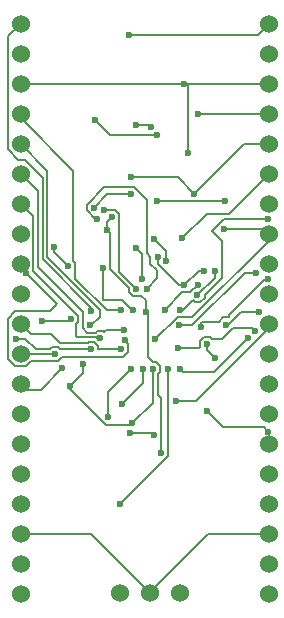
<source format=gbl>
%TF.GenerationSoftware,KiCad,Pcbnew,8.0.7*%
%TF.CreationDate,2025-02-02T23:02:37+05:30*%
%TF.ProjectId,my-template,6d792d74-656d-4706-9c61-74652e6b6963,rev?*%
%TF.SameCoordinates,Original*%
%TF.FileFunction,Copper,L2,Bot*%
%TF.FilePolarity,Positive*%
%FSLAX46Y46*%
G04 Gerber Fmt 4.6, Leading zero omitted, Abs format (unit mm)*
G04 Created by KiCad (PCBNEW 8.0.7) date 2025-02-02 23:02:37*
%MOMM*%
%LPD*%
G01*
G04 APERTURE LIST*
%TA.AperFunction,ComponentPad*%
%ADD10C,1.524000*%
%TD*%
%TA.AperFunction,ViaPad*%
%ADD11C,0.600000*%
%TD*%
%TA.AperFunction,Conductor*%
%ADD12C,0.200000*%
%TD*%
%ADD13C,0.300000*%
%ADD14C,0.350000*%
G04 APERTURE END LIST*
D10*
%TO.P,J2,1,Pin_1*%
%TO.N,/GPIO16*%
X236500000Y-128080000D03*
%TO.P,J2,2,Pin_2*%
%TO.N,/GPIO17*%
X236500000Y-125540000D03*
%TO.P,J2,3,Pin_3*%
%TO.N,GND*%
X236500000Y-123000000D03*
%TO.P,J2,4,Pin_4*%
%TO.N,/GPIO18*%
X236500000Y-120460000D03*
%TO.P,J2,5,Pin_5*%
%TO.N,/GPIO19*%
X236500000Y-117920000D03*
%TO.P,J2,6,Pin_6*%
%TO.N,/GPIO20*%
X236500000Y-115380000D03*
%TO.P,J2,7,Pin_7*%
%TO.N,/GPIO21*%
X236500000Y-112840000D03*
%TO.P,J2,8,Pin_8*%
%TO.N,GND*%
X236500000Y-110300000D03*
%TO.P,J2,9,Pin_9*%
%TO.N,/GPIO22*%
X236500000Y-107760000D03*
%TO.P,J2,10,Pin_10*%
%TO.N,/RUN*%
X236500000Y-105220000D03*
%TO.P,J2,11,Pin_11*%
%TO.N,/GPIO26_ADC0*%
X236500000Y-102680000D03*
%TO.P,J2,12,Pin_12*%
%TO.N,/GPIO27_ADC1*%
X236500000Y-100140000D03*
%TO.P,J2,13,Pin_13*%
%TO.N,GND*%
X236500000Y-97600000D03*
%TO.P,J2,14,Pin_14*%
%TO.N,/GPIO28_ADC2*%
X236500000Y-95060000D03*
%TO.P,J2,15,Pin_15*%
%TO.N,/ADC_VREF*%
X236500000Y-92520000D03*
%TO.P,J2,16,Pin_16*%
%TO.N,+3V3*%
X236500000Y-89980000D03*
%TO.P,J2,17,Pin_17*%
%TO.N,/3V3_EN*%
X236500000Y-87440000D03*
%TO.P,J2,18,Pin_18*%
%TO.N,GND*%
X236500000Y-84900000D03*
%TO.P,J2,19,Pin_19*%
%TO.N,VSYS*%
X236500000Y-82360000D03*
%TO.P,J2,20,Pin_20*%
%TO.N,VBUS*%
X236500000Y-79820000D03*
%TD*%
%TO.P,J4,1,Pin_1*%
%TO.N,/GPIO0*%
X215500000Y-79780000D03*
%TO.P,J4,2,Pin_2*%
%TO.N,/GPIO1*%
X215500000Y-82320000D03*
%TO.P,J4,3,Pin_3*%
%TO.N,GND*%
X215500000Y-84860000D03*
%TO.P,J4,4,Pin_4*%
%TO.N,/GPIO2*%
X215500000Y-87400000D03*
%TO.P,J4,5,Pin_5*%
%TO.N,/GPIO3*%
X215500000Y-89940000D03*
%TO.P,J4,6,Pin_6*%
%TO.N,/GPIO4*%
X215500000Y-92480000D03*
%TO.P,J4,7,Pin_7*%
%TO.N,/GPIO5*%
X215500000Y-95020000D03*
%TO.P,J4,8,Pin_8*%
%TO.N,GND*%
X215500000Y-97560000D03*
%TO.P,J4,9,Pin_9*%
%TO.N,/GPIO6*%
X215500000Y-100100000D03*
%TO.P,J4,10,Pin_10*%
%TO.N,/GPIO7*%
X215500000Y-102640000D03*
%TO.P,J4,11,Pin_11*%
%TO.N,/GPIO8*%
X215500000Y-105180000D03*
%TO.P,J4,12,Pin_12*%
%TO.N,/GPIO9*%
X215500000Y-107720000D03*
%TO.P,J4,13,Pin_13*%
%TO.N,GND*%
X215500000Y-110260000D03*
%TO.P,J4,14,Pin_14*%
%TO.N,/GPIO10*%
X215500000Y-112800000D03*
%TO.P,J4,15,Pin_15*%
%TO.N,/GPOI11*%
X215500000Y-115340000D03*
%TO.P,J4,16,Pin_16*%
%TO.N,/GPIO12*%
X215500000Y-117880000D03*
%TO.P,J4,17,Pin_17*%
%TO.N,/GPIO13*%
X215500000Y-120420000D03*
%TO.P,J4,18,Pin_18*%
%TO.N,GND*%
X215500000Y-122960000D03*
%TO.P,J4,19,Pin_19*%
%TO.N,/GPIO14*%
X215500000Y-125500000D03*
%TO.P,J4,20,Pin_20*%
%TO.N,/GPIO15*%
X215500000Y-128040000D03*
%TD*%
%TO.P,J3,1,Pin_1*%
%TO.N,/SWCLK*%
X223960000Y-128000000D03*
%TO.P,J3,2,Pin_2*%
%TO.N,GND*%
X226500000Y-128000000D03*
%TO.P,J3,3,Pin_3*%
%TO.N,/SWDIO*%
X229040000Y-128000000D03*
%TD*%
D11*
%TO.N,+3V3*%
X230513470Y-101862000D03*
X227699999Y-103996934D03*
%TO.N,/GPIO1*%
X219801999Y-104772000D03*
X217332000Y-104902000D03*
%TO.N,/GPIO27_ADC1*%
X235458000Y-100838000D03*
X228957025Y-105305505D03*
%TO.N,/GPIO6*%
X224321999Y-106590278D03*
X215963700Y-100838000D03*
%TO.N,/GPIO7*%
X221501503Y-107320959D03*
X215138000Y-106426000D03*
%TO.N,/GPIO28_ADC2*%
X228993152Y-104002480D03*
X236474000Y-96266000D03*
%TO.N,/GPIO21*%
X234721352Y-106412028D03*
X228997432Y-108995816D03*
%TO.N,/GPIO24*%
X231980956Y-108100282D03*
X231301999Y-106905500D03*
%TO.N,/USB_DPX*%
X225806000Y-101346000D03*
X225283085Y-98791085D03*
%TO.N,/SQPI_SD3*%
X226174563Y-102191337D03*
X221964200Y-96266000D03*
%TO.N,/SQPI_SCLK*%
X225044000Y-104002802D03*
X222507373Y-100419900D03*
%TO.N,/SQPI_SD0*%
X222564200Y-95564200D03*
X225305500Y-102201277D03*
%TO.N,VSYS*%
X227048300Y-94778400D03*
X232829500Y-94778400D03*
%TO.N,GND*%
X219040000Y-108900000D03*
X229375000Y-84900000D03*
X232713900Y-97116400D03*
X229663500Y-90741600D03*
X226914000Y-106500000D03*
%TO.N,+3V3*%
X224960700Y-113583500D03*
X226700000Y-108984400D03*
X230225000Y-94151800D03*
X219672300Y-110419200D03*
X224835000Y-94219500D03*
X221712600Y-95335200D03*
X224835000Y-92789400D03*
%TO.N,+1V1*%
X222863100Y-97264400D03*
X227380985Y-116128985D03*
X223264300Y-96164200D03*
X226089527Y-104160478D03*
%TO.N,/ADC_AVDD*%
X229362800Y-101904300D03*
X231048800Y-100675300D03*
X227104395Y-99563909D03*
%TO.N,/XIN*%
X224077300Y-111951400D03*
X225871000Y-108977000D03*
%TO.N,VBUS*%
X235712000Y-104158000D03*
X224700000Y-80700000D03*
X232916100Y-105241300D03*
%TO.N,/USB_DP*%
X225288400Y-88334400D03*
X226575900Y-88514000D03*
%TO.N,/GPIO4*%
X224282000Y-105664000D03*
%TO.N,/GPIO20*%
X231256000Y-112550300D03*
X236474000Y-114300000D03*
%TO.N,/GPIO8*%
X223996254Y-107320959D03*
%TO.N,/GPIO9*%
X218400400Y-107748600D03*
%TO.N,/GPIO22*%
X235356159Y-105827011D03*
X228854000Y-107188000D03*
%TO.N,/GPIO26_ADC0*%
X230747080Y-105431722D03*
X236472799Y-101401709D03*
%TO.N,/GPIO2*%
X224002605Y-104002923D03*
%TO.N,/GPIO5*%
X222250425Y-106372824D03*
%TO.N,/GPIO15*%
X222925300Y-113090900D03*
X224889700Y-108985200D03*
%TO.N,/ADC_VREF*%
X229137000Y-97956200D03*
%TO.N,/GPIO0*%
X221468590Y-104095420D03*
%TO.N,/3V3_EN*%
X230500000Y-87440000D03*
%TO.N,/GPIO3*%
X221409637Y-105313321D03*
%TO.N,/RUN*%
X228621700Y-111693100D03*
%TO.N,/SWCLK*%
X227995100Y-108997198D03*
X223960000Y-120398500D03*
%TO.N,/GPIO29_ADC3*%
X230481900Y-102742100D03*
X231924300Y-100702100D03*
%TO.N,/GPIO23*%
X221811500Y-87939600D03*
X227048300Y-89194900D03*
%TO.N,/USB_DMX*%
X226825700Y-98010000D03*
X227853800Y-99843900D03*
%TO.N,/XOUT*%
X224809800Y-114385300D03*
X226795100Y-114554000D03*
%TO.N,/SQPI_SS_N*%
X218370600Y-98651000D03*
X219539800Y-100311500D03*
%TO.N,+3V3*%
X220750112Y-108561592D03*
%TD*%
D12*
%TO.N,VBUS*%
X235712000Y-104158000D02*
X234170000Y-104158000D01*
X233534629Y-104794559D02*
X233087888Y-105241300D01*
X233534629Y-104793371D02*
X233534629Y-104794559D01*
X234170000Y-104158000D02*
X233534629Y-104793371D01*
X233087888Y-105241300D02*
X232916100Y-105241300D01*
%TO.N,/GPIO26_ADC0*%
X232316100Y-104992771D02*
X232667571Y-104641300D01*
X236164291Y-101401709D02*
X236472799Y-101401709D01*
X230747080Y-105148879D02*
X230903188Y-104992771D01*
X233164629Y-104641300D02*
X233164629Y-104401371D01*
X233164629Y-104401371D02*
X236164291Y-101401709D01*
X230747080Y-105431722D02*
X230747080Y-105148879D01*
X230903188Y-104992771D02*
X232316100Y-104992771D01*
X232667571Y-104641300D02*
X233164629Y-104641300D01*
%TO.N,/GPIO20*%
X232621100Y-113915400D02*
X231256000Y-112550300D01*
X236089400Y-113915400D02*
X232621100Y-113915400D01*
X236474000Y-114300000D02*
X236089400Y-113915400D01*
%TO.N,/GPIO24*%
X231301999Y-107421325D02*
X231980956Y-108100282D01*
X231301999Y-106905500D02*
X231301999Y-107421325D01*
%TO.N,/GPIO22*%
X230632000Y-107188000D02*
X228854000Y-107188000D01*
X230702000Y-107118000D02*
X230632000Y-107188000D01*
X231671029Y-106426000D02*
X231550529Y-106305500D01*
X232579929Y-106426000D02*
X231671029Y-106426000D01*
X233449929Y-105556000D02*
X232579929Y-106426000D01*
X235085148Y-105556000D02*
X233449929Y-105556000D01*
X235356159Y-105827011D02*
X235085148Y-105556000D01*
X231053471Y-106305500D02*
X230702000Y-106656971D01*
X230702000Y-106656971D02*
X230702000Y-107118000D01*
X231550529Y-106305500D02*
X231053471Y-106305500D01*
%TO.N,+3V3*%
X229871170Y-102504300D02*
X230513470Y-101862000D01*
X229192633Y-102504300D02*
X229871170Y-102504300D01*
X227699999Y-103996934D02*
X229192633Y-102504300D01*
%TO.N,/GPIO28_ADC2*%
X232715771Y-96266000D02*
X236474000Y-96266000D01*
X231081900Y-102707786D02*
X232524300Y-101265386D01*
X232524300Y-101265386D02*
X232524300Y-98154529D01*
X230233371Y-103342100D02*
X230730429Y-103342100D01*
X231081900Y-102990629D02*
X231081900Y-102707786D01*
X229245520Y-104002480D02*
X230069635Y-103178365D01*
X228993152Y-104002480D02*
X229245520Y-104002480D01*
X230069635Y-103178365D02*
X230233371Y-103342100D01*
X230730429Y-103342100D02*
X231081900Y-102990629D01*
X232524300Y-98154529D02*
X231675771Y-97306000D01*
X231675771Y-97306000D02*
X232715771Y-96266000D01*
%TO.N,+1V1*%
X223107373Y-97508673D02*
X222863100Y-97264400D01*
X223107373Y-100568836D02*
X223107373Y-97508673D01*
X224705500Y-102166963D02*
X223107373Y-100568836D01*
X224705500Y-102449806D02*
X224705500Y-102166963D01*
X225737277Y-102801277D02*
X225056971Y-102801277D01*
X226089527Y-103153527D02*
X225737277Y-102801277D01*
X226089527Y-104160478D02*
X226089527Y-103153527D01*
X227395100Y-111471035D02*
X227395100Y-116114870D01*
X225056971Y-102801277D02*
X224705500Y-102449806D01*
X227099900Y-111175835D02*
X227395100Y-111471035D01*
X227099900Y-109433029D02*
X227099900Y-111175835D01*
X227300000Y-109232929D02*
X227099900Y-109433029D01*
X227300000Y-108735871D02*
X227300000Y-109232929D01*
X226748400Y-108384400D02*
X226948529Y-108384400D01*
X226948529Y-108384400D02*
X227300000Y-108735871D01*
X226314000Y-107950000D02*
X226748400Y-108384400D01*
X226314000Y-104384951D02*
X226314000Y-107950000D01*
X226089527Y-104160478D02*
X226314000Y-104384951D01*
X227395100Y-116114870D02*
X227380985Y-116128985D01*
%TO.N,/SWCLK*%
X228017300Y-116341200D02*
X223960000Y-120398500D01*
X227995100Y-108997198D02*
X228017300Y-109019398D01*
X228017300Y-109019398D02*
X228017300Y-116341200D01*
%TO.N,/GPIO21*%
X231913380Y-109220000D02*
X234721352Y-106412028D01*
X228997432Y-108995816D02*
X229221616Y-109220000D01*
X229221616Y-109220000D02*
X231913380Y-109220000D01*
%TO.N,/XOUT*%
X226626400Y-114385300D02*
X224809800Y-114385300D01*
X226795100Y-114554000D02*
X226626400Y-114385300D01*
%TO.N,/GPIO3*%
X217768800Y-92208800D02*
X215500000Y-89940000D01*
X217768800Y-99547100D02*
X217768800Y-92208800D01*
X222197133Y-103975433D02*
X217768800Y-99547100D01*
X221409637Y-105313321D02*
X221481454Y-105313321D01*
X222197133Y-104597642D02*
X222197133Y-103975433D01*
X221481454Y-105313321D02*
X222197133Y-104597642D01*
%TO.N,/GPIO4*%
X216965400Y-93945400D02*
X215500000Y-92480000D01*
X220801999Y-104166285D02*
X216965400Y-100329686D01*
X220801999Y-105554213D02*
X220801999Y-104166285D01*
X221853761Y-105920959D02*
X221168745Y-105920959D01*
X221168745Y-105920959D02*
X220801999Y-105554213D01*
X222001896Y-105772824D02*
X221853761Y-105920959D01*
X216965400Y-100329686D02*
X216965400Y-93945400D01*
X222498954Y-105772824D02*
X222001896Y-105772824D01*
X222574065Y-105847935D02*
X222498954Y-105772824D01*
X222758000Y-105664000D02*
X222574065Y-105847935D01*
X224282000Y-105664000D02*
X222758000Y-105664000D01*
%TO.N,/GPIO5*%
X216563700Y-96083700D02*
X215500000Y-95020000D01*
X216563700Y-100685172D02*
X216563700Y-96083700D01*
X220401999Y-105020529D02*
X220401999Y-104523471D01*
X220218000Y-105204528D02*
X220401999Y-105020529D01*
X220218000Y-106253918D02*
X220218000Y-105204528D01*
X221915718Y-106320959D02*
X220285041Y-106320959D01*
X222250425Y-106372824D02*
X221967583Y-106372824D01*
X221967583Y-106372824D02*
X221915718Y-106320959D01*
X220401999Y-104523471D02*
X216563700Y-100685172D01*
X220285041Y-106320959D02*
X220218000Y-106253918D01*
%TO.N,/GPIO0*%
X214436300Y-90414100D02*
X214436300Y-80843700D01*
X215320100Y-91297900D02*
X214436300Y-90414100D01*
X215853000Y-91297900D02*
X215320100Y-91297900D01*
X217367100Y-92812000D02*
X215853000Y-91297900D01*
X221468590Y-103812576D02*
X217367100Y-99711086D01*
X221468590Y-104095420D02*
X221468590Y-103812576D01*
X217367100Y-99711086D02*
X217367100Y-92812000D01*
X214436300Y-80843700D02*
X215500000Y-79780000D01*
%TO.N,/GPIO6*%
X224596254Y-107569488D02*
X224596254Y-106864533D01*
X224204150Y-107961592D02*
X224596254Y-107569488D01*
X218648929Y-108348600D02*
X219035937Y-107961592D01*
X216373295Y-108348600D02*
X218648929Y-108348600D01*
X224596254Y-106864533D02*
X224321999Y-106590278D01*
X215939895Y-108782000D02*
X216373295Y-108348600D01*
X215060105Y-108782000D02*
X215939895Y-108782000D01*
X214438000Y-108159895D02*
X215060105Y-108782000D01*
X219035937Y-107961592D02*
X224204150Y-107961592D01*
X215060105Y-104118000D02*
X214438000Y-104740105D01*
X218584107Y-103487893D02*
X217954000Y-104118000D01*
X214438000Y-104740105D02*
X214438000Y-108159895D01*
X215963700Y-100867486D02*
X218584107Y-103487893D01*
X215963700Y-100838000D02*
X215963700Y-100867486D01*
X217954000Y-104118000D02*
X215060105Y-104118000D01*
%TO.N,GND*%
X215984000Y-110744000D02*
X215500000Y-110260000D01*
X219040000Y-108900000D02*
X217196000Y-110744000D01*
X217196000Y-110744000D02*
X215984000Y-110744000D01*
%TO.N,/GPIO9*%
X218400400Y-107748600D02*
X215528600Y-107748600D01*
X215528600Y-107748600D02*
X215500000Y-107720000D01*
%TO.N,/GPIO7*%
X216794959Y-107320959D02*
X215900000Y-106426000D01*
X217979512Y-107320959D02*
X216794959Y-107320959D01*
X215900000Y-106426000D02*
X215138000Y-106426000D01*
X218151871Y-107148600D02*
X217979512Y-107320959D01*
X218648929Y-107148600D02*
X218151871Y-107148600D01*
X218821288Y-107320959D02*
X218648929Y-107148600D01*
X221501503Y-107320959D02*
X218821288Y-107320959D01*
%TO.N,/GPIO8*%
X216346000Y-106026000D02*
X215500000Y-105180000D01*
X218854015Y-106788000D02*
X218092015Y-106026000D01*
X221252974Y-106720959D02*
X221185933Y-106788000D01*
X221185933Y-106788000D02*
X218854015Y-106788000D01*
X222101503Y-107072430D02*
X221750032Y-106720959D01*
X221750032Y-106720959D02*
X221252974Y-106720959D01*
X218092015Y-106026000D02*
X216346000Y-106026000D01*
X222101503Y-107320959D02*
X222101503Y-107072430D01*
X223996254Y-107320959D02*
X222101503Y-107320959D01*
%TO.N,/GPIO2*%
X219943600Y-92238200D02*
X215500000Y-87794600D01*
X215500000Y-87794600D02*
X215500000Y-87400000D01*
X220139800Y-100062971D02*
X219943600Y-99866771D01*
X219943600Y-99866771D02*
X219943600Y-92238200D01*
X222790309Y-104002923D02*
X220139800Y-101352414D01*
X224002605Y-104002923D02*
X222790309Y-104002923D01*
X220139800Y-101352414D02*
X220139800Y-100062971D01*
%TO.N,/SQPI_SCLK*%
X222507373Y-103154301D02*
X222507373Y-100419900D01*
X224052330Y-103154301D02*
X222507373Y-103154301D01*
X224900831Y-104002802D02*
X224052330Y-103154301D01*
X225044000Y-104002802D02*
X224900831Y-104002802D01*
%TO.N,/GPIO1*%
X217332000Y-104902000D02*
X219671999Y-104902000D01*
X219671999Y-104902000D02*
X219801999Y-104772000D01*
%TO.N,/GPIO27_ADC1*%
X230024768Y-105305505D02*
X234492273Y-100838000D01*
X228957025Y-105305505D02*
X230024768Y-105305505D01*
X234492273Y-100838000D02*
X235458000Y-100838000D01*
%TO.N,GND*%
X236500000Y-98138215D02*
X236500000Y-97600000D01*
X230035735Y-104602480D02*
X236500000Y-98138215D01*
X228811520Y-104602480D02*
X230035735Y-104602480D01*
X226914000Y-106500000D02*
X228811520Y-104602480D01*
%TO.N,/GPIO29_ADC3*%
X231924200Y-100702100D02*
X231924300Y-100702100D01*
X231924200Y-101299800D02*
X231924200Y-100702100D01*
X230481900Y-102742100D02*
X231924200Y-101299800D01*
%TO.N,+3V3*%
X220750112Y-109341388D02*
X219672300Y-110419200D01*
X220750112Y-108561592D02*
X220750112Y-109341388D01*
%TO.N,/USB_DPX*%
X225774563Y-101314563D02*
X225806000Y-101346000D01*
X225774563Y-99282563D02*
X225774563Y-101314563D01*
X225283085Y-98791085D02*
X225774563Y-99282563D01*
%TO.N,/SQPI_SD3*%
X221112600Y-95583729D02*
X221794871Y-96266000D01*
X221794871Y-96266000D02*
X221964200Y-96266000D01*
X221112600Y-95086671D02*
X221112600Y-95583729D01*
X222579771Y-93619500D02*
X221112600Y-95086671D01*
X226504395Y-99506475D02*
X226174563Y-99176643D01*
X226504395Y-100090081D02*
X226504395Y-99506475D01*
X226174563Y-94710534D02*
X225083529Y-93619500D01*
X226174563Y-99176643D02*
X226174563Y-94710534D01*
X227076000Y-100661686D02*
X226504395Y-100090081D01*
X227076000Y-101289900D02*
X227076000Y-100661686D01*
X226174563Y-102191337D02*
X227076000Y-101289900D01*
X225083529Y-93619500D02*
X222579771Y-93619500D01*
%TO.N,/SQPI_SD0*%
X223512829Y-95564200D02*
X222564200Y-95564200D01*
X223864300Y-95915671D02*
X223512829Y-95564200D01*
X223864300Y-100760077D02*
X223864300Y-95915671D01*
X225305500Y-102201277D02*
X223864300Y-100760077D01*
%TO.N,/ADC_AVDD*%
X227104395Y-99563909D02*
X227104395Y-100124395D01*
X227104395Y-100124395D02*
X228884300Y-101904300D01*
X228884300Y-101904300D02*
X229362800Y-101904300D01*
%TO.N,VSYS*%
X227048300Y-94778400D02*
X232829500Y-94778400D01*
%TO.N,GND*%
X229663500Y-84900000D02*
X229375000Y-84900000D01*
X221460000Y-122960000D02*
X215500000Y-122960000D01*
X229375000Y-84900000D02*
X229335000Y-84860000D01*
X226500000Y-127859000D02*
X226500000Y-128000000D01*
X236500000Y-97600000D02*
X236016400Y-97116400D01*
X236500000Y-84900000D02*
X229663500Y-84900000D01*
X229663500Y-84900000D02*
X229663500Y-90741600D01*
X226500000Y-128000000D02*
X221460000Y-122960000D01*
X231359000Y-123000000D02*
X226500000Y-127859000D01*
X236016400Y-97116400D02*
X232713900Y-97116400D01*
X229335000Y-84860000D02*
X215500000Y-84860000D01*
X236500000Y-123000000D02*
X231359000Y-123000000D01*
%TO.N,+3V3*%
X228862600Y-92789400D02*
X224835000Y-92789400D01*
X230225000Y-94151800D02*
X228862600Y-92789400D01*
X222828300Y-94219500D02*
X224835000Y-94219500D01*
X226699900Y-111844300D02*
X226699900Y-108984400D01*
X234396800Y-89980000D02*
X236500000Y-89980000D01*
X219672300Y-110419200D02*
X219672300Y-110688700D01*
X224809200Y-113735000D02*
X224960700Y-113583500D01*
X222718600Y-113735000D02*
X224809200Y-113735000D01*
X221712600Y-95335200D02*
X222828300Y-94219500D01*
X230225000Y-94151800D02*
X234396800Y-89980000D01*
X219672300Y-110688700D02*
X222718600Y-113735000D01*
X224960700Y-113583500D02*
X226699900Y-111844300D01*
X226699900Y-108984400D02*
X226700000Y-108984400D01*
%TO.N,+1V1*%
X222863100Y-97264400D02*
X222863100Y-96565400D01*
X222863100Y-96565400D02*
X223264300Y-96164200D01*
%TO.N,/ADC_AVDD*%
X230591800Y-100675300D02*
X229362800Y-101904300D01*
X231048800Y-100675300D02*
X230591800Y-100675300D01*
%TO.N,/XIN*%
X225871000Y-110157700D02*
X225871000Y-108977000D01*
X224077300Y-111951400D02*
X225871000Y-110157700D01*
%TO.N,VBUS*%
X235620000Y-80700000D02*
X224700000Y-80700000D01*
X236500000Y-79820000D02*
X235620000Y-80700000D01*
%TO.N,/USB_DP*%
X226575900Y-88514000D02*
X226396300Y-88334400D01*
X226396300Y-88334400D02*
X225288400Y-88334400D01*
%TO.N,/GPIO15*%
X222925300Y-110949600D02*
X224889700Y-108985200D01*
X222925300Y-113090900D02*
X222925300Y-110949600D01*
%TO.N,/ADC_VREF*%
X233177300Y-95842700D02*
X231250500Y-95842700D01*
X236500000Y-92520000D02*
X233177300Y-95842700D01*
X231250500Y-95842700D02*
X229137000Y-97956200D01*
%TO.N,/3V3_EN*%
X236500000Y-87440000D02*
X230500000Y-87440000D01*
%TO.N,/RUN*%
X236500000Y-105531700D02*
X236500000Y-105220000D01*
X228621700Y-111693100D02*
X230338600Y-111693100D01*
X230338600Y-111693100D02*
X236500000Y-105531700D01*
%TO.N,/GPIO23*%
X223066800Y-89194900D02*
X221811500Y-87939600D01*
X227048300Y-89194900D02*
X223066800Y-89194900D01*
%TO.N,/USB_DMX*%
X227853800Y-99843900D02*
X227853800Y-99038100D01*
X227853800Y-99038100D02*
X226825700Y-98010000D01*
%TO.N,/SQPI_SS_N*%
X219539800Y-100311500D02*
X218370600Y-99142300D01*
X218370600Y-99142300D02*
X218370600Y-98651000D01*
%TD*%
D13*
X230513470Y-101862000D03*
X227699999Y-103996934D03*
X219801999Y-104772000D03*
X217332000Y-104902000D03*
X235458000Y-100838000D03*
X228957025Y-105305505D03*
X224321999Y-106590278D03*
X215963700Y-100838000D03*
X221501503Y-107320959D03*
X215138000Y-106426000D03*
X228993152Y-104002480D03*
X236474000Y-96266000D03*
X234721352Y-106412028D03*
X228997432Y-108995816D03*
X231980956Y-108100282D03*
X231301999Y-106905500D03*
X225806000Y-101346000D03*
X225283085Y-98791085D03*
X226174563Y-102191337D03*
X221964200Y-96266000D03*
X225044000Y-104002802D03*
X222507373Y-100419900D03*
X222564200Y-95564200D03*
X225305500Y-102201277D03*
X227048300Y-94778400D03*
X232829500Y-94778400D03*
X219040000Y-108900000D03*
X229375000Y-84900000D03*
X232713900Y-97116400D03*
X229663500Y-90741600D03*
X226914000Y-106500000D03*
X224960700Y-113583500D03*
X226700000Y-108984400D03*
X230225000Y-94151800D03*
X219672300Y-110419200D03*
X224835000Y-94219500D03*
X221712600Y-95335200D03*
X224835000Y-92789400D03*
X222863100Y-97264400D03*
X227380985Y-116128985D03*
X223264300Y-96164200D03*
X226089527Y-104160478D03*
X229362800Y-101904300D03*
X231048800Y-100675300D03*
X227104395Y-99563909D03*
X224077300Y-111951400D03*
X225871000Y-108977000D03*
X235712000Y-104158000D03*
X224700000Y-80700000D03*
X232916100Y-105241300D03*
X225288400Y-88334400D03*
X226575900Y-88514000D03*
X224282000Y-105664000D03*
X231256000Y-112550300D03*
X236474000Y-114300000D03*
X223996254Y-107320959D03*
X218400400Y-107748600D03*
X235356159Y-105827011D03*
X228854000Y-107188000D03*
X230747080Y-105431722D03*
X236472799Y-101401709D03*
X224002605Y-104002923D03*
X222250425Y-106372824D03*
X222925300Y-113090900D03*
X224889700Y-108985200D03*
X229137000Y-97956200D03*
X221468590Y-104095420D03*
X230500000Y-87440000D03*
X221409637Y-105313321D03*
X228621700Y-111693100D03*
X227995100Y-108997198D03*
X223960000Y-120398500D03*
X230481900Y-102742100D03*
X231924300Y-100702100D03*
X221811500Y-87939600D03*
X227048300Y-89194900D03*
X226825700Y-98010000D03*
X227853800Y-99843900D03*
X224809800Y-114385300D03*
X226795100Y-114554000D03*
X218370600Y-98651000D03*
X219539800Y-100311500D03*
X220750112Y-108561592D03*
D14*
X236500000Y-128080000D03*
X236500000Y-125540000D03*
X236500000Y-123000000D03*
X236500000Y-120460000D03*
X236500000Y-117920000D03*
X236500000Y-115380000D03*
X236500000Y-112840000D03*
X236500000Y-110300000D03*
X236500000Y-107760000D03*
X236500000Y-105220000D03*
X236500000Y-102680000D03*
X236500000Y-100140000D03*
X236500000Y-97600000D03*
X236500000Y-95060000D03*
X236500000Y-92520000D03*
X236500000Y-89980000D03*
X236500000Y-87440000D03*
X236500000Y-84900000D03*
X236500000Y-82360000D03*
X236500000Y-79820000D03*
X215500000Y-79780000D03*
X215500000Y-82320000D03*
X215500000Y-84860000D03*
X215500000Y-87400000D03*
X215500000Y-89940000D03*
X215500000Y-92480000D03*
X215500000Y-95020000D03*
X215500000Y-97560000D03*
X215500000Y-100100000D03*
X215500000Y-102640000D03*
X215500000Y-105180000D03*
X215500000Y-107720000D03*
X215500000Y-110260000D03*
X215500000Y-112800000D03*
X215500000Y-115340000D03*
X215500000Y-117880000D03*
X215500000Y-120420000D03*
X215500000Y-122960000D03*
X215500000Y-125500000D03*
X215500000Y-128040000D03*
X223960000Y-128000000D03*
X226500000Y-128000000D03*
X229040000Y-128000000D03*
M02*

</source>
